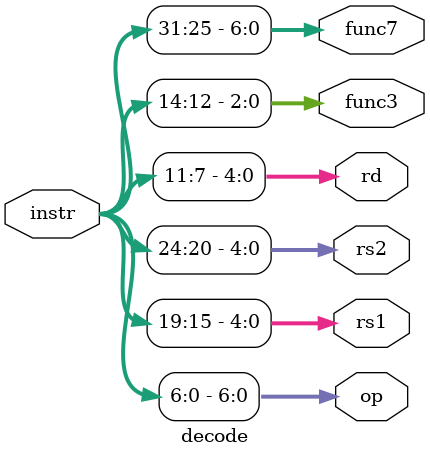
<source format=v>
`timescale 1ns / 1ps


module decode(
    input [31:0] instr,
    output [6:0] op,
    output [4:0] rs1,
    output [4:0] rs2,
    output [4:0] rd,
    output [2:0] func3,
    output [6:0] func7
    );
    assign op = instr[6:0];
	assign rs1 = instr[19:15];
	assign rs2 = instr[24:20];
	assign rd = instr[11:7];
	assign func3 = instr[14:12];
	assign func7 = instr[31:25]; 
endmodule

</source>
